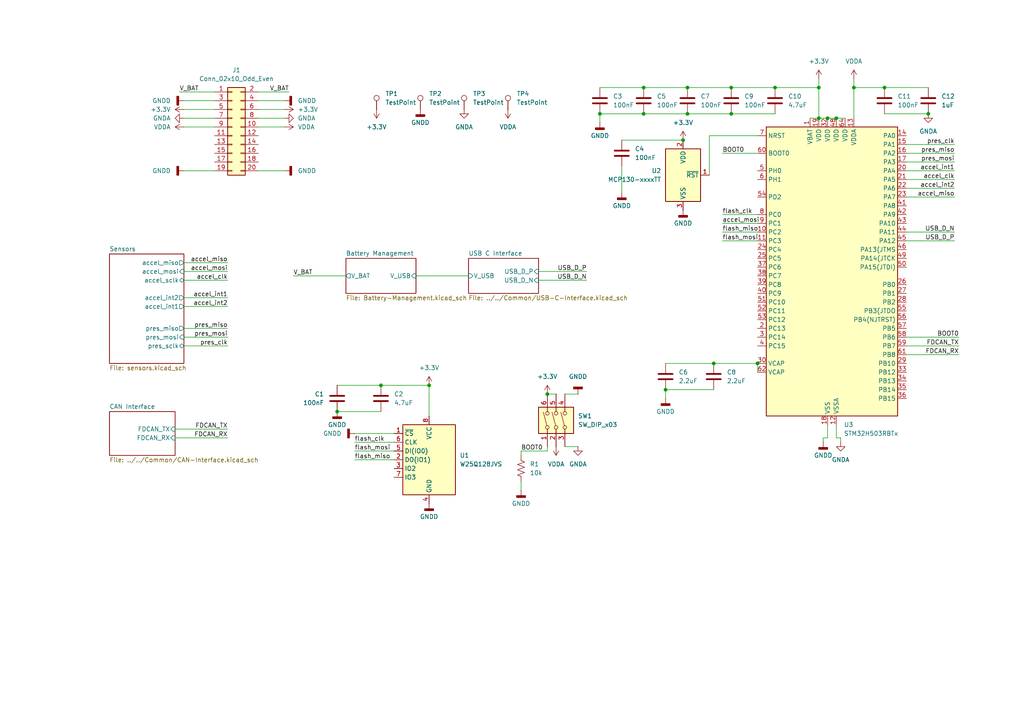
<source format=kicad_sch>
(kicad_sch (version 20231120) (generator "eeschema") (generator_version "8.0")
  (paper "A4")
  (title_block (title "SRAD Avionics") (rev "1") (company "Rowan Rocketry"))
  (lib_symbols
    (symbol "Connector:TestPoint" (pin_numbers hide) (pin_names (offset 0.762) hide)
      (property "Reference" "TP" (at 0 6.858 0))
      (property "Value" "TestPoint" (at 0 5.08 0))
      (symbol "TestPoint_0_1"
        (circle (center 0 3.302) (radius 0.762))
      )
      (symbol "TestPoint_1_1"
        (pin passive line (at 0 0 90) (length 2.54) (name "1") (number "1"))
      )
    )
    (symbol "Connector_Generic:Conn_02x10_Odd_Even" (pin_names (offset 1.016) hide)
      (property "Reference" "J" (at 1.27 12.7 0))
      (property "Value" "Conn_02x10_Odd_Even" (at 1.27 -15.24 0))
      (symbol "Conn_02x10_Odd_Even_1_1"
        (rectangle (start -1.27 -12.573) (end 0 -12.827) (stroke (width 0.1524)))
        (rectangle (start -1.27 -10.033) (end 0 -10.287) (stroke (width 0.1524)))
        (rectangle (start -1.27 -7.493) (end 0 -7.747) (stroke (width 0.1524)))
        (rectangle (start -1.27 -4.953) (end 0 -5.207) (stroke (width 0.1524)))
        (rectangle (start -1.27 -2.413) (end 0 -2.667) (stroke (width 0.1524)))
        (rectangle (start -1.27 0.127) (end 0 -0.127) (stroke (width 0.1524)))
        (rectangle (start -1.27 2.667) (end 0 2.413) (stroke (width 0.1524)))
        (rectangle (start -1.27 5.207) (end 0 4.953) (stroke (width 0.1524)))
        (rectangle (start -1.27 7.747) (end 0 7.493) (stroke (width 0.1524)))
        (rectangle (start -1.27 10.287) (end 0 10.033) (stroke (width 0.1524)))
        (rectangle (start -1.27 11.43) (end 3.81 -13.97) (stroke (width 0.254)) (fill (type background)))
        (rectangle (start 3.81 -12.573) (end 2.54 -12.827) (stroke (width 0.1524)))
        (rectangle (start 3.81 -10.033) (end 2.54 -10.287) (stroke (width 0.1524)))
        (rectangle (start 3.81 -7.493) (end 2.54 -7.747) (stroke (width 0.1524)))
        (rectangle (start 3.81 -4.953) (end 2.54 -5.207) (stroke (width 0.1524)))
        (rectangle (start 3.81 -2.413) (end 2.54 -2.667) (stroke (width 0.1524)))
        (rectangle (start 3.81 0.127) (end 2.54 -0.127) (stroke (width 0.1524)))
        (rectangle (start 3.81 2.667) (end 2.54 2.413) (stroke (width 0.1524)))
        (rectangle (start 3.81 5.207) (end 2.54 4.953) (stroke (width 0.1524)))
        (rectangle (start 3.81 7.747) (end 2.54 7.493) (stroke (width 0.1524)))
        (rectangle (start 3.81 10.287) (end 2.54 10.033) (stroke (width 0.1524)))
        (pin passive line (at -5.08 10.16 0) (length 3.81) (name "Pin_1") (number "1"))
        (pin passive line (at 7.62 0 180) (length 3.81) (name "Pin_10") (number "10"))
        (pin passive line (at -5.08 -2.54 0) (length 3.81) (name "Pin_11") (number "11"))
        (pin passive line (at 7.62 -2.54 180) (length 3.81) (name "Pin_12") (number "12"))
        (pin passive line (at -5.08 -5.08 0) (length 3.81) (name "Pin_13") (number "13"))
        (pin passive line (at 7.62 -5.08 180) (length 3.81) (name "Pin_14") (number "14"))
        (pin passive line (at -5.08 -7.62 0) (length 3.81) (name "Pin_15") (number "15"))
        (pin passive line (at 7.62 -7.62 180) (length 3.81) (name "Pin_16") (number "16"))
        (pin passive line (at -5.08 -10.16 0) (length 3.81) (name "Pin_17") (number "17"))
        (pin passive line (at 7.62 -10.16 180) (length 3.81) (name "Pin_18") (number "18"))
        (pin passive line (at -5.08 -12.7 0) (length 3.81) (name "Pin_19") (number "19"))
        (pin passive line (at 7.62 10.16 180) (length 3.81) (name "Pin_2") (number "2"))
        (pin passive line (at 7.62 -12.7 180) (length 3.81) (name "Pin_20") (number "20"))
        (pin passive line (at -5.08 7.62 0) (length 3.81) (name "Pin_3") (number "3"))
        (pin passive line (at 7.62 7.62 180) (length 3.81) (name "Pin_4") (number "4"))
        (pin passive line (at -5.08 5.08 0) (length 3.81) (name "Pin_5") (number "5"))
        (pin passive line (at 7.62 5.08 180) (length 3.81) (name "Pin_6") (number "6"))
        (pin passive line (at -5.08 2.54 0) (length 3.81) (name "Pin_7") (number "7"))
        (pin passive line (at 7.62 2.54 180) (length 3.81) (name "Pin_8") (number "8"))
        (pin passive line (at -5.08 0 0) (length 3.81) (name "Pin_9") (number "9"))
      )
    )
    (symbol "Device:C" (pin_numbers hide) (pin_names (offset 0.254))
      (property "Reference" "C" (at 0.635 2.54 0))
      (property "Value" "C" (at 0.635 -2.54 0))
      (symbol "C_0_1"
        (polyline (pts (xy -2.032 -0.762) (xy 2.032 -0.762)) (stroke (width 0.508)))
        (polyline (pts (xy -2.032 0.762) (xy 2.032 0.762)) (stroke (width 0.508)))
      )
      (symbol "C_1_1"
        (pin passive line (at 0 3.81 270) (length 2.794) (name "~") (number "1"))
        (pin passive line (at 0 -3.81 90) (length 2.794) (name "~") (number "2"))
      )
    )
    (symbol "Device:R_US" (pin_numbers hide) (pin_names (offset 0))
      (property "Reference" "R" (at 2.54 0 90))
      (property "Value" "R_US" (at -2.54 0 90))
      (symbol "R_US_0_1"
        (polyline (pts (xy 0 -2.286) (xy 0 -2.54)))
        (polyline (pts (xy 0 2.286) (xy 0 2.54)))
        (polyline (pts (xy 0 -0.762) (xy 1.016 -1.143) (xy 0 -1.524) (xy -1.016 -1.905) (xy 0 -2.286)))
        (polyline (pts (xy 0 0.762) (xy 1.016 0.381) (xy 0 0) (xy -1.016 -0.381) (xy 0 -0.762)))
        (polyline (pts (xy 0 2.286) (xy 1.016 1.905) (xy 0 1.524) (xy -1.016 1.143) (xy 0 0.762)))
      )
      (symbol "R_US_1_1"
        (pin passive line (at 0 3.81 270) (length 1.27) (name "~") (number "1"))
        (pin passive line (at 0 -3.81 90) (length 1.27) (name "~") (number "2"))
      )
    )
    (symbol "MCU_ST_STM32H5:STM32H503RBTx"
      (property "Reference" "U" (at -17.78 44.45 0))
      (property "Value" "STM32H503RBTx" (at 10.16 44.45 0))
      (symbol "STM32H503RBTx_0_1"
        (rectangle (start -17.78 -40.64) (end 20.32 43.18) (stroke (width 0.254)) (fill (type background)))
      )
      (symbol "STM32H503RBTx_1_1"
        (pin power_in line (at -5.08 45.72 270) (length 2.54) (name "VBAT") (number "1"))
        (pin bidirectional line (at -20.32 12.7 0) (length 2.54) (name "PC2") (number "10"))
        (pin bidirectional line (at -20.32 10.16 0) (length 2.54) (name "PC3") (number "11"))
        (pin power_in line (at 2.54 -43.18 90) (length 2.54) (name "VSSA") (number "12"))
        (pin power_in line (at 7.62 45.72 270) (length 2.54) (name "VDDA") (number "13"))
        (pin bidirectional line (at 22.86 40.64 180) (length 2.54) (name "PA0") (number "14"))
        (pin bidirectional line (at 22.86 38.1 180) (length 2.54) (name "PA1") (number "15"))
        (pin bidirectional line (at 22.86 35.56 180) (length 2.54) (name "PA2") (number "16"))
        (pin bidirectional line (at 22.86 33.02 180) (length 2.54) (name "PA3") (number "17"))
        (pin power_in line (at 0 -43.18 90) (length 2.54) (name "VSS") (number "18"))
        (pin power_in line (at -2.54 45.72 270) (length 2.54) (name "VDD") (number "19"))
        (pin bidirectional line (at -20.32 -15.24 0) (length 2.54) (name "PC13") (number "2"))
        (pin bidirectional line (at 22.86 30.48 180) (length 2.54) (name "PA4") (number "20"))
        (pin bidirectional line (at 22.86 27.94 180) (length 2.54) (name "PA5") (number "21"))
        (pin bidirectional line (at 22.86 25.4 180) (length 2.54) (name "PA6") (number "22"))
        (pin bidirectional line (at 22.86 22.86 180) (length 2.54) (name "PA7") (number "23"))
        (pin bidirectional line (at -20.32 7.62 0) (length 2.54) (name "PC4") (number "24"))
        (pin bidirectional line (at -20.32 5.08 0) (length 2.54) (name "PC5") (number "25"))
        (pin bidirectional line (at 22.86 -2.54 180) (length 2.54) (name "PB0") (number "26"))
        (pin bidirectional line (at 22.86 -5.08 180) (length 2.54) (name "PB1") (number "27"))
        (pin bidirectional line (at 22.86 -7.62 180) (length 2.54) (name "PB2") (number "28"))
        (pin bidirectional line (at 22.86 -25.4 180) (length 2.54) (name "PB10") (number "29"))
        (pin bidirectional line (at -20.32 -17.78 0) (length 2.54) (name "PC14") (number "3"))
        (pin power_out line (at -20.32 -25.4 0) (length 2.54) (name "VCAP") (number "30"))
        (pin passive line (at 0 -43.18 90) (length 2.54) hide (name "VSS") (number "31"))
        (pin power_in line (at 0 45.72 270) (length 2.54) (name "VDD") (number "32"))
        (pin bidirectional line (at 22.86 -27.94 180) (length 2.54) (name "PB12") (number "33"))
        (pin bidirectional line (at 22.86 -30.48 180) (length 2.54) (name "PB13") (number "34"))
        (pin bidirectional line (at 22.86 -33.02 180) (length 2.54) (name "PB14") (number "35"))
        (pin bidirectional line (at 22.86 -35.56 180) (length 2.54) (name "PB15") (number "36"))
        (pin bidirectional line (at -20.32 2.54 0) (length 2.54) (name "PC6") (number "37"))
        (pin bidirectional line (at -20.32 0 0) (length 2.54) (name "PC7") (number "38"))
        (pin bidirectional line (at -20.32 -2.54 0) (length 2.54) (name "PC8") (number "39"))
        (pin bidirectional line (at -20.32 -20.32 0) (length 2.54) (name "PC15") (number "4"))
        (pin bidirectional line (at -20.32 -5.08 0) (length 2.54) (name "PC9") (number "40"))
        (pin bidirectional line (at 22.86 20.32 180) (length 2.54) (name "PA8") (number "41"))
        (pin bidirectional line (at 22.86 17.78 180) (length 2.54) (name "PA9") (number "42"))
        (pin bidirectional line (at 22.86 15.24 180) (length 2.54) (name "PA10") (number "43"))
        (pin bidirectional line (at 22.86 12.7 180) (length 2.54) (name "PA11") (number "44"))
        (pin bidirectional line (at 22.86 10.16 180) (length 2.54) (name "PA12") (number "45"))
        (pin bidirectional line (at 22.86 7.62 180) (length 2.54) (name "PA13(JTMS") (number "46"))
        (pin passive line (at 0 -43.18 90) (length 2.54) hide (name "VSS") (number "47"))
        (pin power_in line (at 2.54 45.72 270) (length 2.54) (name "VDD") (number "48"))
        (pin bidirectional line (at 22.86 5.08 180) (length 2.54) (name "PA14(JTCK") (number "49"))
        (pin bidirectional line (at -20.32 30.48 0) (length 2.54) (name "PH0") (number "5"))
        (pin bidirectional line (at 22.86 2.54 180) (length 2.54) (name "PA15(JTDI)") (number "50"))
        (pin bidirectional line (at -20.32 -7.62 0) (length 2.54) (name "PC10") (number "51"))
        (pin bidirectional line (at -20.32 -10.16 0) (length 2.54) (name "PC11") (number "52"))
        (pin bidirectional line (at -20.32 -12.7 0) (length 2.54) (name "PC12") (number "53"))
        (pin bidirectional line (at -20.32 22.86 0) (length 2.54) (name "PD2") (number "54"))
        (pin bidirectional line (at 22.86 -10.16 180) (length 2.54) (name "PB3(JTDO") (number "55"))
        (pin bidirectional line (at 22.86 -12.7 180) (length 2.54) (name "PB4(NJTRST)") (number "56"))
        (pin bidirectional line (at 22.86 -15.24 180) (length 2.54) (name "PB5") (number "57"))
        (pin bidirectional line (at 22.86 -17.78 180) (length 2.54) (name "PB6") (number "58"))
        (pin bidirectional line (at 22.86 -20.32 180) (length 2.54) (name "PB7") (number "59"))
        (pin bidirectional line (at -20.32 27.94 0) (length 2.54) (name "PH1") (number "6"))
        (pin input line (at -20.32 35.56 0) (length 2.54) (name "BOOT0") (number "60"))
        (pin bidirectional line (at 22.86 -22.86 180) (length 2.54) (name "PB8") (number "61"))
        (pin power_out line (at -20.32 -27.94 0) (length 2.54) (name "VCAP") (number "62"))
        (pin passive line (at 0 -43.18 90) (length 2.54) hide (name "VSS") (number "63"))
        (pin power_in line (at 5.08 45.72 270) (length 2.54) (name "VDD") (number "64"))
        (pin input line (at -20.32 40.64 0) (length 2.54) (name "NRST") (number "7"))
        (pin bidirectional line (at -20.32 17.78 0) (length 2.54) (name "PC0") (number "8"))
        (pin bidirectional line (at -20.32 15.24 0) (length 2.54) (name "PC1") (number "9"))
      )
    )
    (symbol "Memory_Flash:W25Q128JVS"
      (property "Reference" "U" (at -8.89 8.89 0))
      (property "Value" "W25Q128JVS" (at 7.62 8.89 0))
      (symbol "W25Q128JVS_0_1"
        (rectangle (start -7.62 10.16) (end 7.62 -10.16) (stroke (width 0.254)) (fill (type background)))
      )
      (symbol "W25Q128JVS_1_1"
        (pin input line (at -10.16 7.62 0) (length 2.54) (name "~{CS}") (number "1"))
        (pin bidirectional line (at -10.16 0 0) (length 2.54) (name "DO(IO1)") (number "2"))
        (pin bidirectional line (at -10.16 -2.54 0) (length 2.54) (name "IO2") (number "3"))
        (pin power_in line (at 0 -12.7 90) (length 2.54) (name "GND") (number "4"))
        (pin bidirectional line (at -10.16 2.54 0) (length 2.54) (name "DI(IO0)") (number "5"))
        (pin input line (at -10.16 5.08 0) (length 2.54) (name "CLK") (number "6"))
        (pin bidirectional line (at -10.16 -5.08 0) (length 2.54) (name "IO3") (number "7"))
        (pin power_in line (at 0 12.7 270) (length 2.54) (name "VCC") (number "8"))
      )
    )
    (symbol "Power_Supervisor:MCP130-xxxxTT"
      (property "Reference" "U" (at -5.08 8.89 0))
      (property "Value" "MCP130-xxxxTT" (at 8.89 8.89 0))
      (symbol "MCP130-xxxxTT_0_1"
        (rectangle (start 5.08 7.62) (end -5.08 -7.62) (stroke (width 0.254)) (fill (type background)))
      )
      (symbol "MCP130-xxxxTT_1_1"
        (pin open_collector line (at 7.62 0 180) (length 2.54) (name "~{RST}") (number "1"))
        (pin power_in line (at 0 10.16 270) (length 2.54) (name "VDD") (number "2"))
        (pin power_in line (at 0 -10.16 90) (length 2.54) (name "VSS") (number "3"))
      )
    )
    (symbol "Switch:SW_DIP_x03" (pin_names (offset 0) hide)
      (property "Reference" "SW" (at 0 6.35 0))
      (property "Value" "SW_DIP_x03" (at 0 -6.35 0))
      (symbol "SW_DIP_x03_0_0"
        (circle (center -2.032 -2.54) (radius 0.508))
        (circle (center -2.032 0) (radius 0.508))
        (circle (center -2.032 2.54) (radius 0.508))
        (polyline (pts (xy -1.524 -2.413) (xy 2.3622 -1.3716)))
        (polyline (pts (xy -1.524 0.127) (xy 2.3622 1.1684)))
        (polyline (pts (xy -1.524 2.667) (xy 2.3622 3.7084)))
        (circle (center 2.032 -2.54) (radius 0.508))
        (circle (center 2.032 0) (radius 0.508))
        (circle (center 2.032 2.54) (radius 0.508))
      )
      (symbol "SW_DIP_x03_0_1"
        (rectangle (start -3.81 5.08) (end 3.81 -5.08) (stroke (width 0.254)) (fill (type background)))
      )
      (symbol "SW_DIP_x03_1_1"
        (pin passive line (at -7.62 2.54 0) (length 5.08) (name "~") (number "1"))
        (pin passive line (at -7.62 0 0) (length 5.08) (name "~") (number "2"))
        (pin passive line (at -7.62 -2.54 0) (length 5.08) (name "~") (number "3"))
        (pin passive line (at 7.62 -2.54 180) (length 5.08) (name "~") (number "4"))
        (pin passive line (at 7.62 0 180) (length 5.08) (name "~") (number "5"))
        (pin passive line (at 7.62 2.54 180) (length 5.08) (name "~") (number "6"))
      )
    )
    (symbol "power:+3.3V" (power) (pin_numbers hide) (pin_names (offset 0) hide)
      (property "Value" "+3.3V" (at 0 3.556 0))
      (symbol "+3.3V_0_1"
        (polyline (pts (xy -0.762 1.27) (xy 0 2.54)))
        (polyline (pts (xy 0 0) (xy 0 2.54)))
        (polyline (pts (xy 0 2.54) (xy 0.762 1.27)))
      )
      (symbol "+3.3V_1_1"
        (pin power_in line (at 0 0 90) (length 0) (name "~") (number "1"))
      )
    )
    (symbol "power:GNDA" (power) (pin_numbers hide) (pin_names (offset 0) hide)
      (property "Value" "GNDA" (at 0 -3.81 0))
      (symbol "GNDA_0_1"
        (polyline (pts (xy 0 0) (xy 0 -1.27) (xy 1.27 -1.27) (xy 0 -2.54) (xy -1.27 -1.27) (xy 0 -1.27)))
      )
      (symbol "GNDA_1_1"
        (pin power_in line (at 0 0 270) (length 0) (name "~") (number "1"))
      )
    )
    (symbol "power:GNDD" (power) (pin_numbers hide) (pin_names (offset 0) hide)
      (property "Value" "GNDD" (at 0 -3.175 0))
      (symbol "GNDD_0_1"
        (rectangle (start -1.27 -1.524) (end 1.27 -2.032) (stroke (width 0.254)) (fill (type outline)))
        (polyline (pts (xy 0 0) (xy 0 -1.524)))
      )
      (symbol "GNDD_1_1"
        (pin power_in line (at 0 0 270) (length 0) (name "~") (number "1"))
      )
    )
    (symbol "power:VDDA" (power) (pin_numbers hide) (pin_names (offset 0) hide)
      (property "Value" "VDDA" (at 0 3.556 0))
      (symbol "VDDA_0_1"
        (polyline (pts (xy -0.762 1.27) (xy 0 2.54)))
        (polyline (pts (xy 0 0) (xy 0 2.54)))
        (polyline (pts (xy 0 2.54) (xy 0.762 1.27)))
      )
      (symbol "VDDA_1_1"
        (pin power_in line (at 0 0 90) (length 0) (name "~") (number "1"))
      )
    )
  )
  (junction (at 269.24 33.02))
  (junction (at 224.79 25.4))
  (junction (at 212.09 25.4))
  (junction (at 237.49 25.4))
  (junction (at 199.39 33.02))
  (junction (at 199.39 25.4))
  (junction (at 237.49 34.29))
  (junction (at 124.46 111.76))
  (junction (at 110.49 111.76))
  (junction (at 186.69 25.4))
  (junction (at 240.03 34.29))
  (junction (at 198.12 40.64))
  (junction (at 247.65 25.4))
  (junction (at 173.99 33.02))
  (junction (at 219.71 105.41))
  (junction (at 186.69 33.02))
  (junction (at 242.57 34.29))
  (junction (at 193.04 113.03))
  (junction (at 158.75 114.3))
  (junction (at 256.54 25.4))
  (junction (at 207.01 105.41))
  (junction (at 212.09 33.02))
  (junction (at 97.79 119.38))
  (wire (pts (xy 85.09 80.01) (xy 100.33 80.01)))
  (wire (pts (xy 199.39 33.02) (xy 212.09 33.02)))
  (wire (pts (xy 82.55 29.21) (xy 74.93 29.21)))
  (wire (pts (xy 180.34 55.88) (xy 180.34 48.26)))
  (wire (pts (xy 173.99 33.02) (xy 186.69 33.02)))
  (wire (pts (xy 53.34 29.21) (xy 62.23 29.21)))
  (wire (pts (xy 243.84 128.27) (xy 243.84 127)))
  (wire (pts (xy 262.89 57.15) (xy 276.86 57.15)))
  (wire (pts (xy 53.34 34.29) (xy 62.23 34.29)))
  (wire (pts (xy 180.34 40.64) (xy 198.12 40.64)))
  (wire (pts (xy 97.79 119.38) (xy 110.49 119.38)))
  (wire (pts (xy 278.13 102.87) (xy 262.89 102.87)))
  (wire (pts (xy 262.89 52.07) (xy 276.86 52.07)))
  (wire (pts (xy 237.49 34.29) (xy 240.03 34.29)))
  (wire (pts (xy 82.55 31.75) (xy 74.93 31.75)))
  (wire (pts (xy 247.65 25.4) (xy 247.65 34.29)))
  (wire (pts (xy 193.04 115.57) (xy 193.04 113.03)))
  (wire (pts (xy 53.34 95.25) (xy 66.04 95.25)))
  (wire (pts (xy 83.82 26.67) (xy 74.93 26.67)))
  (wire (pts (xy 158.75 114.3) (xy 161.29 114.3)))
  (wire (pts (xy 219.71 105.41) (xy 219.71 107.95)))
  (wire (pts (xy 199.39 25.4) (xy 212.09 25.4)))
  (wire (pts (xy 243.84 127) (xy 242.57 127)))
  (wire (pts (xy 276.86 67.31) (xy 262.89 67.31)))
  (wire (pts (xy 240.03 34.29) (xy 242.57 34.29)))
  (wire (pts (xy 262.89 49.53) (xy 276.86 49.53)))
  (wire (pts (xy 120.65 80.01) (xy 135.89 80.01)))
  (wire (pts (xy 173.99 35.56) (xy 173.99 33.02)))
  (wire (pts (xy 186.69 33.02) (xy 199.39 33.02)))
  (wire (pts (xy 170.18 78.74) (xy 156.21 78.74)))
  (wire (pts (xy 262.89 41.91) (xy 276.86 41.91)))
  (wire (pts (xy 173.99 25.4) (xy 186.69 25.4)))
  (wire (pts (xy 207.01 105.41) (xy 219.71 105.41)))
  (wire (pts (xy 82.55 34.29) (xy 74.93 34.29)))
  (wire (pts (xy 209.55 64.77) (xy 219.71 64.77)))
  (wire (pts (xy 209.55 62.23) (xy 219.71 62.23)))
  (wire (pts (xy 278.13 100.33) (xy 262.89 100.33)))
  (wire (pts (xy 247.65 25.4) (xy 256.54 25.4)))
  (wire (pts (xy 102.87 128.27) (xy 114.3 128.27)))
  (wire (pts (xy 209.55 67.31) (xy 219.71 67.31)))
  (wire (pts (xy 262.89 46.99) (xy 276.86 46.99)))
  (wire (pts (xy 193.04 113.03) (xy 207.01 113.03)))
  (wire (pts (xy 237.49 25.4) (xy 237.49 34.29)))
  (wire (pts (xy 102.87 130.81) (xy 114.3 130.81)))
  (wire (pts (xy 151.13 130.81) (xy 151.13 132.08)))
  (wire (pts (xy 53.34 86.36) (xy 66.04 86.36)))
  (wire (pts (xy 158.75 129.54) (xy 158.75 130.81)))
  (wire (pts (xy 212.09 33.02) (xy 224.79 33.02)))
  (wire (pts (xy 238.76 127) (xy 240.03 127)))
  (wire (pts (xy 205.74 39.37) (xy 219.71 39.37)))
  (wire (pts (xy 238.76 128.27) (xy 238.76 127)))
  (wire (pts (xy 209.55 44.45) (xy 219.71 44.45)))
  (wire (pts (xy 242.57 34.29) (xy 245.11 34.29)))
  (wire (pts (xy 163.83 129.54) (xy 167.64 129.54)))
  (wire (pts (xy 262.89 44.45) (xy 276.86 44.45)))
  (wire (pts (xy 124.46 111.76) (xy 124.46 120.65)))
  (wire (pts (xy 193.04 105.41) (xy 207.01 105.41)))
  (wire (pts (xy 262.89 97.79) (xy 278.13 97.79)))
  (wire (pts (xy 240.03 127) (xy 240.03 123.19)))
  (wire (pts (xy 234.95 34.29) (xy 237.49 34.29)))
  (wire (pts (xy 102.87 133.35) (xy 114.3 133.35)))
  (wire (pts (xy 237.49 22.86) (xy 237.49 25.4)))
  (wire (pts (xy 66.04 127) (xy 50.8 127)))
  (wire (pts (xy 53.34 31.75) (xy 62.23 31.75)))
  (wire (pts (xy 53.34 76.2) (xy 66.04 76.2)))
  (wire (pts (xy 276.86 69.85) (xy 262.89 69.85)))
  (wire (pts (xy 53.34 49.53) (xy 62.23 49.53)))
  (wire (pts (xy 209.55 69.85) (xy 219.71 69.85)))
  (wire (pts (xy 212.09 25.4) (xy 224.79 25.4)))
  (wire (pts (xy 97.79 111.76) (xy 110.49 111.76)))
  (wire (pts (xy 167.64 114.3) (xy 163.83 114.3)))
  (wire (pts (xy 151.13 130.81) (xy 158.75 130.81)))
  (wire (pts (xy 186.69 25.4) (xy 199.39 25.4)))
  (wire (pts (xy 224.79 25.4) (xy 237.49 25.4)))
  (wire (pts (xy 53.34 100.33) (xy 66.04 100.33)))
  (wire (pts (xy 52.07 26.67) (xy 62.23 26.67)))
  (wire (pts (xy 110.49 111.76) (xy 124.46 111.76)))
  (wire (pts (xy 53.34 88.9) (xy 66.04 88.9)))
  (wire (pts (xy 151.13 142.24) (xy 151.13 139.7)))
  (wire (pts (xy 53.34 78.74) (xy 66.04 78.74)))
  (wire (pts (xy 53.34 81.28) (xy 66.04 81.28)))
  (wire (pts (xy 66.04 124.46) (xy 50.8 124.46)))
  (wire (pts (xy 247.65 22.86) (xy 247.65 25.4)))
  (wire (pts (xy 170.18 81.28) (xy 156.21 81.28)))
  (wire (pts (xy 256.54 25.4) (xy 269.24 25.4)))
  (wire (pts (xy 242.57 127) (xy 242.57 123.19)))
  (wire (pts (xy 82.55 49.53) (xy 74.93 49.53)))
  (wire (pts (xy 262.89 54.61) (xy 276.86 54.61)))
  (wire (pts (xy 102.87 125.73) (xy 114.3 125.73)))
  (wire (pts (xy 53.34 97.79) (xy 66.04 97.79)))
  (wire (pts (xy 256.54 33.02) (xy 269.24 33.02)))
  (wire (pts (xy 82.55 36.83) (xy 74.93 36.83)))
  (wire (pts (xy 53.34 36.83) (xy 62.23 36.83)))
  (wire (pts (xy 205.74 50.8) (xy 205.74 39.37)))
  (label "flash_miso" (at 209.55 67.31 0))
  (label "pres_mosi" (at 66.04 97.79 180))
  (label "USB_D_N" (at 276.86 67.31 180))
  (label "flash_clk" (at 102.87 128.27 0))
  (label "accel_int2" (at 66.04 88.9 180))
  (label "accel_mosi" (at 209.55 64.77 0))
  (label "flash_clk" (at 209.55 62.23 0))
  (label "accel_clk" (at 66.04 81.28 180))
  (label "FDCAN_RX" (at 66.04 127 180))
  (label "USB_D_P" (at 276.86 69.85 180))
  (label "pres_miso" (at 276.86 44.45 180))
  (label "V_BAT" (at 83.82 26.67 180))
  (label "FDCAN_RX" (at 278.13 102.87 180))
  (label "flash_mosi" (at 209.55 69.85 0))
  (label "accel_mosi" (at 66.04 78.74 180))
  (label "pres_clk" (at 276.86 41.91 180))
  (label "accel_int1" (at 276.86 49.53 180))
  (label "USB_D_P" (at 170.18 78.74 180))
  (label "BOOT0" (at 209.55 44.45 0))
  (label "pres_clk" (at 66.04 100.33 180))
  (label "pres_miso" (at 66.04 95.25 180))
  (label "BOOT0" (at 151.13 130.81 0))
  (label "accel_miso" (at 276.86 57.15 180))
  (label "V_BAT" (at 52.07 26.67 0))
  (label "accel_int1" (at 66.04 86.36 180))
  (label "V_BAT" (at 85.09 80.01 0))
  (label "flash_mosi" (at 102.87 130.81 0))
  (label "FDCAN_TX" (at 66.04 124.46 180))
  (label "pres_mosi" (at 276.86 46.99 180))
  (label "BOOT0" (at 278.13 97.79 180))
  (label "flash_miso" (at 102.87 133.35 0))
  (label "accel_int2" (at 276.86 54.61 180))
  (label "FDCAN_TX" (at 278.13 100.33 180))
  (label "accel_clk" (at 276.86 52.07 180))
  (label "accel_miso" (at 66.04 76.2 180))
  (label "USB_D_N" (at 170.18 81.28 180))
  (symbol (lib_id "power:GNDA") (at 243.84 128.27 0) (unit 1)
    (property "Reference" "#PWR023" (effects (hide yes)))
    (property "Value" "GNDA" (at 243.84 133.35 0))
    (property "Description" "Power symbol creates a global label with name \"GNDA\" , analog ground" (effects (hide yes)))
  )
  (symbol (lib_id "power:GNDD") (at 173.99 35.56 0) (unit 1)
    (property "Reference" "#PWR011" (effects (hide yes)))
    (property "Value" "GNDD" (at 173.99 39.37 0))
    (property "Description" "Power symbol creates a global label with name \"GNDD\" , digital ground" (effects (hide yes)))
  )
  (symbol (lib_id "power:GNDD") (at 193.04 115.57 0) (unit 1)
    (property "Reference" "#PWR018" (effects (hide yes)))
    (property "Value" "GNDD" (at 193.04 119.38 0))
    (property "Description" "Power symbol creates a global label with name \"GNDD\" , digital ground" (effects (hide yes)))
  )
  (symbol (lib_id "power:VDDA") (at 82.55 36.83 270) (unit 1)
    (property "Reference" "#PWR033" (effects (hide yes)))
    (property "Value" "VDDA" (at 86.36 36.8299 90) (effects (justify left)))
    (property "Description" "Power symbol creates a global label with name \"VDDA\"" (effects (hide yes)))
  )
  (symbol (lib_id "power:GNDA") (at 134.62 31.75 0) (unit 1)
    (property "Reference" "#PWR09" (effects (hide yes)))
    (property "Value" "GNDA" (at 134.62 36.83 0))
    (property "Description" "Power symbol creates a global label with name \"GNDA\" , analog ground" (effects (hide yes)))
  )
  (symbol (lib_id "Device:C") (at 224.79 29.21 0) (unit 1)
    (property "Reference" "C10" (at 228.6 27.9399 0) (effects (justify left)))
    (property "Value" "4.7uF" (at 228.6 30.4799 0) (effects (justify left)))
    (property "Footprint" "Capacitor_SMD:C_0603_1608Metric_Pad1.08x0.95mm_HandSolder" (effects (hide yes)))
    (property "Description" "Unpolarized capacitor" (effects (hide yes)))
  )
  (symbol (lib_id "Connector:TestPoint") (at 109.22 31.75 0) (unit 1)
    (property "Reference" "TP1" (at 111.76 27.1779 0) (effects (justify left)))
    (property "Value" "TestPoint" (at 111.76 29.7179 0) (effects (justify left)))
    (property "Footprint" "TestPoint:TestPoint_Loop_D2.60mm_Drill1.6mm_Beaded" (effects (hide yes)))
    (property "Description" "test point" (effects (hide yes)))
  )
  (symbol (lib_id "power:GNDA") (at 269.24 33.02 0) (unit 1)
    (property "Reference" "#PWR025" (effects (hide yes)))
    (property "Value" "GNDA" (at 269.24 38.1 0))
    (property "Description" "Power symbol creates a global label with name \"GNDA\" , analog ground" (effects (hide yes)))
  )
  (symbol (lib_id "power:VDDA") (at 53.34 36.83 90) (unit 1)
    (property "Reference" "#PWR055" (effects (hide yes)))
    (property "Value" "VDDA" (at 49.53 36.8299 90) (effects (justify left)))
    (property "Description" "Power symbol creates a global label with name \"VDDA\"" (effects (hide yes)))
  )
  (symbol (lib_id "Connector:TestPoint") (at 121.92 31.75 0) (unit 1)
    (property "Reference" "TP2" (at 124.46 27.1779 0) (effects (justify left)))
    (property "Value" "TestPoint" (at 124.46 29.7179 0) (effects (justify left)))
    (property "Footprint" "TestPoint:TestPoint_Loop_D2.60mm_Drill1.6mm_Beaded" (effects (hide yes)))
    (property "Description" "test point" (effects (hide yes)))
  )
  (symbol (lib_id "Device:C") (at 207.01 109.22 0) (unit 1)
    (property "Reference" "C8" (at 210.82 107.9499 0) (effects (justify left)))
    (property "Value" "2.2uF" (at 210.82 110.4899 0) (effects (justify left)))
    (property "Footprint" "Capacitor_SMD:C_0603_1608Metric_Pad1.08x0.95mm_HandSolder" (effects (hide yes)))
    (property "Description" "Unpolarized capacitor" (effects (hide yes)))
  )
  (symbol (lib_id "power:+3.3V") (at 124.46 111.76 0) (unit 1)
    (property "Reference" "#PWR07" (effects (hide yes)))
    (property "Value" "+3.3V" (at 124.46 106.68 0))
    (property "Description" "Power symbol creates a global label with name \"+3.3V\"" (effects (hide yes)))
  )
  (symbol (lib_id "power:GNDD") (at 238.76 128.27 0) (unit 1)
    (property "Reference" "#PWR022" (effects (hide yes)))
    (property "Value" "GNDD" (at 238.76 132.08 0))
    (property "Description" "Power symbol creates a global label with name \"GNDD\" , digital ground" (effects (hide yes)))
  )
  (symbol (lib_id "power:VDDA") (at 147.32 31.75 180) (unit 1)
    (property "Reference" "#PWR010" (effects (hide yes)))
    (property "Value" "VDDA" (at 147.32 36.83 0))
    (property "Description" "Power symbol creates a global label with name \"VDDA\"" (effects (hide yes)))
  )
  (symbol (lib_id "power:VDDA") (at 247.65 22.86 0) (unit 1)
    (property "Reference" "#PWR024" (effects (hide yes)))
    (property "Value" "VDDA" (at 247.65 17.78 0))
    (property "Description" "Power symbol creates a global label with name \"VDDA\"" (effects (hide yes)))
  )
  (symbol (lib_id "power:+3.3V") (at 237.49 22.86 0) (unit 1)
    (property "Reference" "#PWR021" (effects (hide yes)))
    (property "Value" "+3.3V" (at 237.49 17.78 0))
    (property "Description" "Power symbol creates a global label with name \"+3.3V\"" (effects (hide yes)))
  )
  (symbol (lib_id "power:+3.3V") (at 109.22 31.75 180) (unit 1)
    (property "Reference" "#PWR04" (effects (hide yes)))
    (property "Value" "+3.3V" (at 109.22 36.83 0))
    (property "Description" "Power symbol creates a global label with name \"+3.3V\"" (effects (hide yes)))
  )
  (symbol (lib_id "Device:C") (at 186.69 29.21 0) (unit 1)
    (property "Reference" "C5" (at 190.5 27.9399 0) (effects (justify left)))
    (property "Value" "100nF" (at 190.5 30.4799 0) (effects (justify left)))
    (property "Footprint" "Capacitor_SMD:C_0603_1608Metric_Pad1.08x0.95mm_HandSolder" (effects (hide yes)))
    (property "Description" "Unpolarized capacitor" (effects (hide yes)))
  )
  (symbol (lib_id "power:GNDD") (at 167.64 114.3 180) (unit 1)
    (property "Reference" "#PWR016" (effects (hide yes)))
    (property "Value" "GNDD" (at 167.64 109.22 0))
    (property "Description" "Power symbol creates a global label with name \"GNDD\" , digital ground" (effects (hide yes)))
  )
  (symbol (lib_id "Switch:SW_DIP_x03") (at 161.29 121.92 90) (unit 1)
    (property "Reference" "SW1" (at 167.64 120.6499 90) (effects (justify right)))
    (property "Value" "SW_DIP_x03" (at 167.64 123.1899 90) (effects (justify right)))
    (property "Footprint" "Button_Switch_THT:SW_DIP_SPSTx03_Slide_9.78x9.8mm_W7.62mm_P2.54mm" (effects (hide yes)))
    (property "Description" "3x DIP Switch, Single Pole Single Throw (SPST) switch, small symbol" (effects (hide yes)))
  )
  (symbol (lib_id "power:GNDD") (at 53.34 49.53 270) (unit 1)
    (property "Reference" "#PWR057" (effects (hide yes)))
    (property "Value" "GNDD" (at 49.53 49.5299 90) (effects (justify right)))
    (property "Description" "Power symbol creates a global label with name \"GNDD\" , digital ground" (effects (hide yes)))
  )
  (symbol (lib_id "power:GNDD") (at 53.34 29.21 270) (unit 1)
    (property "Reference" "#PWR02" (effects (hide yes)))
    (property "Value" "GNDD" (at 49.53 29.2099 90) (effects (justify right)))
    (property "Description" "Power symbol creates a global label with name \"GNDD\" , digital ground" (effects (hide yes)))
  )
  (symbol (lib_id "Device:C") (at 256.54 29.21 0) (unit 1)
    (property "Reference" "C11" (at 260.35 27.9399 0) (effects (justify left)))
    (property "Value" "100nF" (at 260.35 30.4799 0) (effects (justify left)))
    (property "Footprint" "Capacitor_SMD:C_0603_1608Metric_Pad1.08x0.95mm_HandSolder" (effects (hide yes)))
    (property "Description" "Unpolarized capacitor" (effects (hide yes)))
  )
  (symbol (lib_id "power:GNDD") (at 82.55 49.53 90) (unit 1)
    (property "Reference" "#PWR056" (effects (hide yes)))
    (property "Value" "GNDD" (at 86.36 49.5299 90) (effects (justify right)))
    (property "Description" "Power symbol creates a global label with name \"GNDD\" , digital ground" (effects (hide yes)))
  )
  (symbol (lib_id "Device:C") (at 110.49 115.57 0) (unit 1)
    (property "Reference" "C2" (at 114.3 114.2999 0) (effects (justify left)))
    (property "Value" "4.7uF" (at 114.3 116.8399 0) (effects (justify left)))
    (property "Footprint" "Capacitor_SMD:C_0603_1608Metric_Pad1.08x0.95mm_HandSolder" (effects (hide yes)))
    (property "Description" "Unpolarized capacitor" (effects (hide yes)))
  )
  (symbol (lib_id "power:GNDA") (at 82.55 34.29 90) (unit 1)
    (property "Reference" "#PWR030" (effects (hide yes)))
    (property "Value" "GNDA" (at 86.36 34.2899 90) (effects (justify right)))
    (property "Description" "Power symbol creates a global label with name \"GNDA\" , analog ground" (effects (hide yes)))
  )
  (symbol (lib_id "power:GNDD") (at 82.55 29.21 90) (unit 1)
    (property "Reference" "#PWR01" (effects (hide yes)))
    (property "Value" "GNDD" (at 86.36 29.2099 90) (effects (justify right)))
    (property "Description" "Power symbol creates a global label with name \"GNDD\" , digital ground" (effects (hide yes)))
  )
  (symbol (lib_id "Device:C") (at 199.39 29.21 0) (unit 1)
    (property "Reference" "C7" (at 203.2 27.9399 0) (effects (justify left)))
    (property "Value" "100nF" (at 203.2 30.4799 0) (effects (justify left)))
    (property "Footprint" "Capacitor_SMD:C_0603_1608Metric_Pad1.08x0.95mm_HandSolder" (effects (hide yes)))
    (property "Description" "Unpolarized capacitor" (effects (hide yes)))
  )
  (symbol (lib_id "MCU_ST_STM32H5:STM32H503RBTx") (at 240.03 80.01 0) (unit 1)
    (property "Reference" "U3" (at 244.7641 123.19 0) (effects (justify left)))
    (property "Value" "STM32H503RBTx" (at 244.7641 125.73 0) (effects (justify left)))
    (property "Footprint" "Package_QFP:LQFP-64_10x10mm_P0.5mm" (effects (hide yes)))
    (property "Datasheet" "https://www.st.com/resource/en/datasheet/stm32h503rb.pdf" (effects (hide yes)))
    (property "Description" "STMicroelectronics Arm Cortex-M33 MCU, 128KB flash, 32KB RAM, 250 MHz, 49 GPIO, LQFP64" (effects (hide yes)))
  )
  (symbol (lib_id "power:VDDA") (at 161.29 129.54 180) (unit 1)
    (property "Reference" "#PWR015" (effects (hide yes)))
    (property "Value" "VDDA" (at 161.29 134.62 0))
    (property "Description" "Power symbol creates a global label with name \"VDDA\"" (effects (hide yes)))
  )
  (symbol (lib_id "Device:C") (at 269.24 29.21 0) (unit 1)
    (property "Reference" "C12" (at 273.05 27.9399 0) (effects (justify left)))
    (property "Value" "1uF" (at 273.05 30.4799 0) (effects (justify left)))
    (property "Footprint" "Capacitor_SMD:C_0603_1608Metric_Pad1.08x0.95mm_HandSolder" (effects (hide yes)))
    (property "Description" "Unpolarized capacitor" (effects (hide yes)))
  )
  (symbol (lib_id "power:+3.3V") (at 53.34 31.75 90) (unit 1)
    (property "Reference" "#PWR028" (effects (hide yes)))
    (property "Value" "+3.3V" (at 49.53 31.7499 90) (effects (justify left)))
    (property "Description" "Power symbol creates a global label with name \"+3.3V\"" (effects (hide yes)))
  )
  (symbol (lib_id "Connector:TestPoint") (at 134.62 31.75 0) (unit 1)
    (property "Reference" "TP3" (at 137.16 27.1779 0) (effects (justify left)))
    (property "Value" "TestPoint" (at 137.16 29.7179 0) (effects (justify left)))
    (property "Footprint" "TestPoint:TestPoint_Loop_D2.60mm_Drill1.6mm_Beaded" (effects (hide yes)))
    (property "Description" "test point" (effects (hide yes)))
  )
  (symbol (lib_id "power:GNDD") (at 180.34 55.88 0) (unit 1)
    (property "Reference" "#PWR013" (effects (hide yes)))
    (property "Value" "GNDD" (at 180.34 59.69 0))
    (property "Description" "Power symbol creates a global label with name \"GNDD\" , digital ground" (effects (hide yes)))
  )
  (symbol (lib_id "power:GNDD") (at 198.12 60.96 0) (unit 1)
    (property "Reference" "#PWR020" (effects (hide yes)))
    (property "Value" "GNDD" (at 198.12 64.77 0))
    (property "Description" "Power symbol creates a global label with name \"GNDD\" , digital ground" (effects (hide yes)))
  )
  (symbol (lib_id "Device:C") (at 180.34 44.45 0) (unit 1)
    (property "Reference" "C4" (at 184.15 43.1799 0) (effects (justify left)))
    (property "Value" "100nF" (at 184.15 45.7199 0) (effects (justify left)))
    (property "Footprint" "Capacitor_SMD:C_0603_1608Metric_Pad1.08x0.95mm_HandSolder" (effects (hide yes)))
    (property "Description" "Unpolarized capacitor" (effects (hide yes)))
  )
  (symbol (lib_id "power:GNDD") (at 124.46 146.05 0) (unit 1)
    (property "Reference" "#PWR08" (effects (hide yes)))
    (property "Value" "GNDD" (at 124.46 149.86 0))
    (property "Description" "Power symbol creates a global label with name \"GNDD\" , digital ground" (effects (hide yes)))
  )
  (symbol (lib_id "power:GNDA") (at 53.34 34.29 270) (unit 1)
    (property "Reference" "#PWR032" (effects (hide yes)))
    (property "Value" "GNDA" (at 49.53 34.2899 90) (effects (justify right)))
    (property "Description" "Power symbol creates a global label with name \"GNDA\" , analog ground" (effects (hide yes)))
  )
  (symbol (lib_id "power:GNDD") (at 121.92 31.75 0) (unit 1)
    (property "Reference" "#PWR06" (effects (hide yes)))
    (property "Value" "GNDD" (at 121.92 35.56 0))
    (property "Description" "Power symbol creates a global label with name \"GNDD\" , digital ground" (effects (hide yes)))
  )
  (symbol (lib_id "Power_Supervisor:MCP130-xxxxTT") (at 198.12 50.8 0) (unit 1)
    (property "Reference" "U2" (at 191.77 49.5299 0) (effects (justify right)))
    (property "Value" "MCP130-xxxxTT" (at 191.77 52.0699 0) (effects (justify right)))
    (property "Footprint" "Package_TO_SOT_SMD:SOT-23" (effects (hide yes)))
    (property "Datasheet" "http://ww1.microchip.com/downloads/en/DeviceDoc/11184d.pdf" (effects (hide yes)))
    (property "Description" "Microcontroller supervisory circuit with internal 5 kΩ pull-up, SOT-23" (effects (hide yes)))
  )
  (symbol (lib_id "Device:C") (at 173.99 29.21 0) (unit 1)
    (property "Reference" "C3" (at 177.8 27.9399 0) (effects (justify left)))
    (property "Value" "100nF" (at 177.8 30.4799 0) (effects (justify left)))
    (property "Footprint" "Capacitor_SMD:C_0603_1608Metric_Pad1.08x0.95mm_HandSolder" (effects (hide yes)))
    (property "Description" "Unpolarized capacitor" (effects (hide yes)))
  )
  (symbol (lib_id "Connector:TestPoint") (at 147.32 31.75 0) (unit 1)
    (property "Reference" "TP4" (at 149.86 27.1779 0) (effects (justify left)))
    (property "Value" "TestPoint" (at 149.86 29.7179 0) (effects (justify left)))
    (property "Footprint" "TestPoint:TestPoint_Loop_D2.60mm_Drill1.6mm_Beaded" (effects (hide yes)))
    (property "Description" "test point" (effects (hide yes)))
  )
  (symbol (lib_id "power:+3.3V") (at 82.55 31.75 270) (unit 1)
    (property "Reference" "#PWR027" (effects (hide yes)))
    (property "Value" "+3.3V" (at 86.36 31.7499 90) (effects (justify left)))
    (property "Description" "Power symbol creates a global label with name \"+3.3V\"" (effects (hide yes)))
  )
  (symbol (lib_id "power:+3.3V") (at 198.12 40.64 0) (unit 1)
    (property "Reference" "#PWR019" (effects (hide yes)))
    (property "Value" "+3.3V" (at 198.12 35.56 0))
    (property "Description" "Power symbol creates a global label with name \"+3.3V\"" (effects (hide yes)))
  )
  (symbol (lib_id "Device:R_US") (at 151.13 135.89 0) (unit 1)
    (property "Reference" "R1" (at 153.67 134.6199 0) (effects (justify left)))
    (property "Value" "10k" (at 153.67 137.1599 0) (effects (justify left)))
    (property "Footprint" "Resistor_SMD:R_0603_1608Metric_Pad0.98x0.95mm_HandSolder" (effects (hide yes)))
    (property "Description" "Resistor, US symbol" (effects (hide yes)))
  )
  (symbol (lib_id "Memory_Flash:W25Q128JVS") (at 124.46 133.35 0) (unit 1)
    (property "Reference" "U1" (at 133.35 132.0799 0) (effects (justify left)))
    (property "Value" "W25Q128JVS" (at 133.35 134.6199 0) (effects (justify left)))
    (property "Footprint" "Package_SO:SOIC-8_5.23x5.23mm_P1.27mm" (effects (hide yes)))
    (property "Datasheet" "http://www.winbond.com/resource-files/w25q128jv_dtr%20revc%2003272018%20plus.pdf" (effects (hide yes)))
    (property "Description" "128Mb Serial Flash Memory, Standard/Dual/Quad SPI, SOIC-8" (effects (hide yes)))
  )
  (symbol (lib_id "power:GNDD") (at 97.79 119.38 0) (unit 1)
    (property "Reference" "#PWR03" (effects (hide yes)))
    (property "Value" "GNDD" (at 97.79 123.19 0))
    (property "Description" "Power symbol creates a global label with name \"GNDD\" , digital ground" (effects (hide yes)))
  )
  (symbol (lib_id "power:GNDD") (at 102.87 125.73 270) (unit 1)
    (property "Reference" "#PWR05" (effects (hide yes)))
    (property "Value" "GNDD" (at 99.06 125.7299 90) (effects (justify right)))
    (property "Description" "Power symbol creates a global label with name \"GNDD\" , digital ground" (effects (hide yes)))
  )
  (symbol (lib_id "power:GNDA") (at 167.64 129.54 0) (unit 1)
    (property "Reference" "#PWR017" (effects (hide yes)))
    (property "Value" "GNDA" (at 167.64 134.62 0))
    (property "Description" "Power symbol creates a global label with name \"GNDA\" , analog ground" (effects (hide yes)))
  )
  (symbol (lib_id "Device:C") (at 212.09 29.21 0) (unit 1)
    (property "Reference" "C9" (at 215.9 27.9399 0) (effects (justify left)))
    (property "Value" "100nF" (at 215.9 30.4799 0) (effects (justify left)))
    (property "Footprint" "Capacitor_SMD:C_0603_1608Metric_Pad1.08x0.95mm_HandSolder" (effects (hide yes)))
    (property "Description" "Unpolarized capacitor" (effects (hide yes)))
  )
  (symbol (lib_id "Device:C") (at 193.04 109.22 0) (unit 1)
    (property "Reference" "C6" (at 196.85 107.9499 0) (effects (justify left)))
    (property "Value" "2.2uF" (at 196.85 110.4899 0) (effects (justify left)))
    (property "Footprint" "Capacitor_SMD:C_0603_1608Metric_Pad1.08x0.95mm_HandSolder" (effects (hide yes)))
    (property "Description" "Unpolarized capacitor" (effects (hide yes)))
  )
  (symbol (lib_id "power:GNDD") (at 151.13 142.24 0) (unit 1)
    (property "Reference" "#PWR012" (effects (hide yes)))
    (property "Value" "GNDD" (at 151.13 146.05 0))
    (property "Description" "Power symbol creates a global label with name \"GNDD\" , digital ground" (effects (hide yes)))
  )
  (symbol (lib_id "Device:C") (at 97.79 115.57 0) (mirror y) (unit 1)
    (property "Reference" "C1" (at 93.98 114.2999 0) (effects (justify left)))
    (property "Value" "100nF" (at 93.98 116.8399 0) (effects (justify left)))
    (property "Footprint" "Capacitor_SMD:C_0603_1608Metric_Pad1.08x0.95mm_HandSolder" (effects (hide yes)))
    (property "Description" "Unpolarized capacitor" (effects (hide yes)))
  )
  (symbol (lib_id "power:+3.3V") (at 158.75 114.3 0) (mirror y) (unit 1)
    (property "Reference" "#PWR014" (effects (hide yes)))
    (property "Value" "+3.3V" (at 158.75 109.22 0))
    (property "Description" "Power symbol creates a global label with name \"+3.3V\"" (effects (hide yes)))
  )
  (symbol (lib_id "Connector_Generic:Conn_02x10_Odd_Even") (at 67.31 36.83 0) (unit 1)
    (property "Reference" "J1" (at 68.58 20.32 0))
    (property "Value" "Conn_02x10_Odd_Even" (at 68.58 22.86 0))
    (property "Footprint" "Connector_PinSocket_2.54mm:PinSocket_2x10_P2.54mm_Vertical" (effects (hide yes)))
    (property "Description" "Generic connector, double row, 02x10, odd/even pin numbering scheme (row 1 odd numbers, row 2 even numbers), script generated (kicad-library-utils/schlib/autogen/connector/)" (effects (hide yes)))
  )
  (sheet (at 31.75 73.66) (size 21.59 31.75) (stroke (width 0.1524))
    (property "Sheetname" "Sensors" (at 31.75 72.9484 0) (effects (justify left bottom)))
    (property "Sheetfile" "sensors.kicad_sch" (at 31.75 105.9946 0) (effects (justify left top)))
    (pin "accel_miso" output (at 53.34 76.2 0))
    (pin "accel_sclk" bidirectional (at 53.34 81.28 0))
    (pin "accel_mosi" input (at 53.34 78.74 0))
    (pin "accel_int2" output (at 53.34 86.36 0))
    (pin "accel_int1" output (at 53.34 88.9 0))
    (pin "pres_miso" output (at 53.34 95.25 0))
    (pin "pres_sclk" bidirectional (at 53.34 100.33 0))
    (pin "pres_mosi" input (at 53.34 97.79 0))
  )
  (sheet (at 31.75 119.38) (size 19.05 12.7) (stroke (width 0.1524))
    (property "Sheetname" "CAN Interface" (at 31.75 118.6684 0) (effects (justify left bottom)))
    (property "Sheetfile" "../../Common/CAN-Interface.kicad_sch" (at 31.75 132.6646 0) (effects (justify left top)))
    (pin "FDCAN_RX" input (at 50.8 127 0))
    (pin "FDCAN_TX" input (at 50.8 124.46 0))
  )
  (sheet (at 135.89 74.93) (size 20.32 10.16) (stroke (width 0.1524))
    (property "Sheetname" "USB C Interface" (at 135.89 74.2184 0) (effects (justify left bottom)))
    (property "Sheetfile" "../../Common/USB-C-Interface.kicad_sch" (at 135.89 85.6746 0) (effects (justify left top)))
    (pin "V_USB" input (at 135.89 80.01 180))
    (pin "USB_D_P" input (at 156.21 78.74 0))
    (pin "USB_D_N" input (at 156.21 81.28 0))
  )
  (sheet (at 100.33 74.93) (size 20.32 10.16) (stroke (width 0.1524))
    (property "Sheetname" "Battery Management" (at 100.33 74.2184 0) (effects (justify left bottom)))
    (property "Sheetfile" "Battery-Management.kicad_sch" (at 100.33 85.6746 0) (effects (justify left top)))
    (pin "V_USB" input (at 120.65 80.01 0))
    (pin "V_BAT" output (at 100.33 80.01 180))
  )
)
</source>
